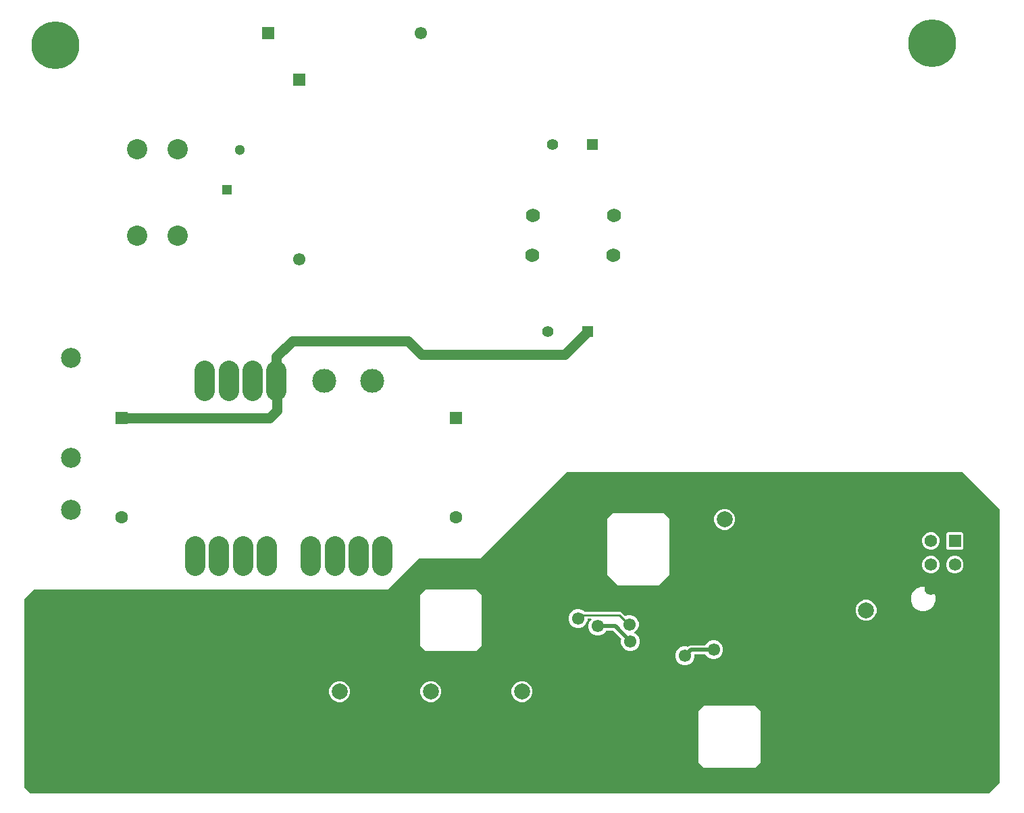
<source format=gbr>
G04 EAGLE Gerber RS-274X export*
G75*
%MOMM*%
%FSLAX34Y34*%
%LPD*%
%INBottom Copper*%
%IPPOS*%
%AMOC8*
5,1,8,0,0,1.08239X$1,22.5*%
G01*
%ADD10R,1.550000X1.550000*%
%ADD11C,1.550000*%
%ADD12R,1.400000X1.400000*%
%ADD13C,1.400000*%
%ADD14C,2.000000*%
%ADD15C,1.762000*%
%ADD16C,6.000000*%
%ADD17C,2.500000*%
%ADD18C,3.000000*%
%ADD19C,2.540000*%
%ADD20R,1.570000X1.570000*%
%ADD21C,1.570000*%
%ADD22R,1.300000X1.300000*%
%ADD23C,1.300000*%
%ADD24R,1.500000X1.500000*%
%ADD25C,1.600000*%
%ADD26C,2.500000*%
%ADD27C,0.508000*%
%ADD28C,1.270000*%
%ADD29C,0.254000*%

G36*
X1220042Y11373D02*
X1220042Y11373D01*
X1220084Y11371D01*
X1220151Y11393D01*
X1220221Y11405D01*
X1220257Y11427D01*
X1220298Y11440D01*
X1220371Y11494D01*
X1220414Y11520D01*
X1220427Y11536D01*
X1220448Y11552D01*
X1233448Y24552D01*
X1233473Y24586D01*
X1233504Y24615D01*
X1233536Y24678D01*
X1233577Y24736D01*
X1233587Y24777D01*
X1233607Y24815D01*
X1233620Y24904D01*
X1233633Y24953D01*
X1233630Y24974D01*
X1233634Y25000D01*
X1233634Y368000D01*
X1233627Y368042D01*
X1233629Y368084D01*
X1233607Y368151D01*
X1233595Y368221D01*
X1233573Y368257D01*
X1233560Y368298D01*
X1233506Y368371D01*
X1233480Y368414D01*
X1233464Y368427D01*
X1233448Y368448D01*
X1187448Y414448D01*
X1187414Y414473D01*
X1187385Y414504D01*
X1187322Y414536D01*
X1187264Y414577D01*
X1187223Y414587D01*
X1187185Y414607D01*
X1187096Y414620D01*
X1187047Y414633D01*
X1187026Y414630D01*
X1187000Y414634D01*
X692000Y414634D01*
X691958Y414627D01*
X691916Y414629D01*
X691849Y414607D01*
X691779Y414595D01*
X691743Y414573D01*
X691702Y414560D01*
X691629Y414506D01*
X691586Y414480D01*
X691573Y414464D01*
X691552Y414448D01*
X583737Y306634D01*
X506000Y306634D01*
X505958Y306627D01*
X505916Y306629D01*
X505849Y306607D01*
X505779Y306595D01*
X505743Y306573D01*
X505702Y306560D01*
X505629Y306506D01*
X505586Y306480D01*
X505573Y306464D01*
X505552Y306448D01*
X466737Y267634D01*
X24000Y267634D01*
X23958Y267627D01*
X23916Y267629D01*
X23849Y267607D01*
X23779Y267595D01*
X23743Y267573D01*
X23702Y267560D01*
X23629Y267506D01*
X23586Y267480D01*
X23573Y267464D01*
X23552Y267448D01*
X11552Y255448D01*
X11527Y255414D01*
X11496Y255385D01*
X11464Y255322D01*
X11423Y255264D01*
X11413Y255223D01*
X11393Y255185D01*
X11380Y255096D01*
X11368Y255047D01*
X11370Y255026D01*
X11366Y255000D01*
X11366Y19000D01*
X11373Y18958D01*
X11371Y18916D01*
X11393Y18849D01*
X11405Y18779D01*
X11427Y18743D01*
X11440Y18702D01*
X11486Y18640D01*
X11487Y18638D01*
X11489Y18636D01*
X11494Y18629D01*
X11520Y18586D01*
X11536Y18573D01*
X11552Y18552D01*
X18552Y11552D01*
X18586Y11527D01*
X18615Y11496D01*
X18678Y11464D01*
X18736Y11423D01*
X18777Y11413D01*
X18815Y11393D01*
X18904Y11380D01*
X18953Y11368D01*
X18974Y11370D01*
X19000Y11366D01*
X1220000Y11366D01*
X1220042Y11373D01*
G37*
%LPC*%
G36*
X755387Y272414D02*
X755387Y272414D01*
X742314Y285487D01*
X742314Y355863D01*
X749037Y362586D01*
X813063Y362586D01*
X819786Y355863D01*
X819786Y285487D01*
X806713Y272414D01*
X755387Y272414D01*
G37*
%LPD*%
%LPC*%
G36*
X863337Y43814D02*
X863337Y43814D01*
X856614Y50537D01*
X856614Y114563D01*
X863337Y121286D01*
X927363Y121286D01*
X934086Y114563D01*
X934086Y50537D01*
X927363Y43814D01*
X863337Y43814D01*
G37*
%LPD*%
%LPC*%
G36*
X514087Y189864D02*
X514087Y189864D01*
X507364Y196587D01*
X507364Y260613D01*
X507922Y261171D01*
X507922Y261172D01*
X514087Y267336D01*
X578113Y267336D01*
X584836Y260613D01*
X584836Y196587D01*
X578113Y189864D01*
X514087Y189864D01*
G37*
%LPD*%
%LPC*%
G36*
X768663Y190249D02*
X768663Y190249D01*
X764344Y192038D01*
X761038Y195344D01*
X759249Y199663D01*
X759249Y204337D01*
X759549Y205061D01*
X759561Y205114D01*
X759582Y205164D01*
X759584Y205223D01*
X759597Y205281D01*
X759589Y205334D01*
X759592Y205388D01*
X759574Y205444D01*
X759566Y205503D01*
X759540Y205550D01*
X759523Y205602D01*
X759481Y205659D01*
X759459Y205700D01*
X759436Y205720D01*
X759412Y205753D01*
X749641Y215523D01*
X749606Y215548D01*
X749577Y215579D01*
X749514Y215611D01*
X749457Y215652D01*
X749415Y215662D01*
X749378Y215682D01*
X749288Y215695D01*
X749239Y215708D01*
X749218Y215705D01*
X749192Y215709D01*
X741098Y215709D01*
X741044Y215700D01*
X740990Y215700D01*
X740935Y215680D01*
X740877Y215670D01*
X740830Y215642D01*
X740779Y215624D01*
X740734Y215585D01*
X740684Y215555D01*
X740649Y215513D01*
X740608Y215478D01*
X740572Y215417D01*
X740542Y215381D01*
X740532Y215352D01*
X740512Y215318D01*
X740212Y214594D01*
X736906Y211288D01*
X732587Y209499D01*
X727913Y209499D01*
X723594Y211288D01*
X720288Y214594D01*
X718499Y218913D01*
X718499Y223587D01*
X720288Y227906D01*
X722028Y229647D01*
X722079Y229720D01*
X722135Y229789D01*
X722143Y229811D01*
X722157Y229831D01*
X722179Y229917D01*
X722207Y230001D01*
X722207Y230025D01*
X722213Y230048D01*
X722203Y230137D01*
X722201Y230226D01*
X722192Y230248D01*
X722189Y230271D01*
X722150Y230351D01*
X722116Y230433D01*
X722100Y230451D01*
X722090Y230472D01*
X722025Y230533D01*
X721965Y230599D01*
X721944Y230610D01*
X721927Y230626D01*
X721845Y230661D01*
X721765Y230702D01*
X721739Y230705D01*
X721720Y230714D01*
X721670Y230716D01*
X721580Y230729D01*
X717685Y230729D01*
X717620Y230718D01*
X717554Y230716D01*
X717511Y230698D01*
X717464Y230690D01*
X717407Y230656D01*
X717347Y230631D01*
X717312Y230600D01*
X717271Y230575D01*
X717229Y230524D01*
X717181Y230480D01*
X717159Y230438D01*
X717130Y230401D01*
X717109Y230339D01*
X717078Y230280D01*
X717070Y230226D01*
X717058Y230189D01*
X717059Y230149D01*
X717051Y230095D01*
X717051Y228663D01*
X715262Y224344D01*
X711956Y221038D01*
X707637Y219249D01*
X702963Y219249D01*
X698644Y221038D01*
X695338Y224344D01*
X693549Y228663D01*
X693549Y233337D01*
X695338Y237656D01*
X698644Y240962D01*
X702963Y242751D01*
X707637Y242751D01*
X711956Y240962D01*
X713462Y239457D01*
X713496Y239432D01*
X713525Y239401D01*
X713588Y239369D01*
X713646Y239328D01*
X713687Y239318D01*
X713725Y239298D01*
X713814Y239285D01*
X713863Y239272D01*
X713884Y239275D01*
X713910Y239271D01*
X758769Y239271D01*
X761456Y236583D01*
X763727Y234313D01*
X763771Y234282D01*
X763809Y234243D01*
X763863Y234218D01*
X763911Y234185D01*
X763964Y234171D01*
X764013Y234148D01*
X764071Y234143D01*
X764129Y234129D01*
X764182Y234134D01*
X764236Y234130D01*
X764305Y234147D01*
X764352Y234152D01*
X764379Y234165D01*
X764418Y234175D01*
X767267Y235355D01*
X771942Y235355D01*
X776261Y233566D01*
X779566Y230261D01*
X781355Y225942D01*
X781355Y221267D01*
X779566Y216948D01*
X776221Y213603D01*
X776191Y213587D01*
X776175Y213569D01*
X776155Y213556D01*
X776102Y213485D01*
X776043Y213418D01*
X776035Y213396D01*
X776021Y213377D01*
X775995Y213291D01*
X775963Y213208D01*
X775963Y213185D01*
X775956Y213162D01*
X775962Y213073D01*
X775962Y212984D01*
X775970Y212962D01*
X775971Y212938D01*
X776008Y212857D01*
X776038Y212773D01*
X776053Y212755D01*
X776063Y212733D01*
X776126Y212670D01*
X776183Y212602D01*
X776206Y212588D01*
X776221Y212573D01*
X776266Y212552D01*
X776344Y212505D01*
X777656Y211962D01*
X780962Y208656D01*
X782751Y204337D01*
X782751Y199663D01*
X780962Y195344D01*
X777656Y192038D01*
X773337Y190249D01*
X768663Y190249D01*
G37*
%LPD*%
%LPC*%
G36*
X837133Y172399D02*
X837133Y172399D01*
X832814Y174188D01*
X829508Y177494D01*
X827719Y181813D01*
X827719Y186487D01*
X829508Y190806D01*
X832814Y194112D01*
X837133Y195901D01*
X841807Y195901D01*
X842531Y195601D01*
X842584Y195589D01*
X842634Y195568D01*
X842693Y195566D01*
X842751Y195553D01*
X842804Y195561D01*
X842858Y195558D01*
X842914Y195576D01*
X842973Y195584D01*
X843020Y195610D01*
X843072Y195627D01*
X843129Y195669D01*
X843170Y195691D01*
X843190Y195714D01*
X843223Y195738D01*
X843951Y196467D01*
X845988Y197311D01*
X864502Y197311D01*
X864556Y197320D01*
X864610Y197320D01*
X864665Y197340D01*
X864723Y197350D01*
X864770Y197378D01*
X864821Y197396D01*
X864866Y197435D01*
X864916Y197465D01*
X864951Y197507D01*
X864992Y197542D01*
X865028Y197603D01*
X865058Y197639D01*
X865068Y197668D01*
X865088Y197702D01*
X865388Y198426D01*
X868694Y201732D01*
X873013Y203521D01*
X877687Y203521D01*
X882006Y201732D01*
X885312Y198426D01*
X887101Y194107D01*
X887101Y189433D01*
X885312Y185114D01*
X882006Y181808D01*
X877687Y180019D01*
X873013Y180019D01*
X868694Y181808D01*
X865388Y185114D01*
X865088Y185838D01*
X865059Y185883D01*
X865039Y185933D01*
X864999Y185977D01*
X864967Y186027D01*
X864924Y186059D01*
X864887Y186099D01*
X864835Y186126D01*
X864788Y186161D01*
X864736Y186177D01*
X864688Y186202D01*
X864617Y186212D01*
X864573Y186225D01*
X864542Y186223D01*
X864502Y186229D01*
X851855Y186229D01*
X851790Y186218D01*
X851724Y186216D01*
X851681Y186198D01*
X851634Y186190D01*
X851577Y186156D01*
X851517Y186131D01*
X851482Y186100D01*
X851441Y186075D01*
X851399Y186024D01*
X851351Y185980D01*
X851329Y185938D01*
X851300Y185901D01*
X851279Y185839D01*
X851248Y185780D01*
X851240Y185726D01*
X851228Y185689D01*
X851229Y185649D01*
X851221Y185595D01*
X851221Y181813D01*
X849432Y177494D01*
X846126Y174188D01*
X841807Y172399D01*
X837133Y172399D01*
G37*
%LPD*%
%LPC*%
G36*
X1134864Y240389D02*
X1134864Y240389D01*
X1129255Y242713D01*
X1124963Y247005D01*
X1122639Y252614D01*
X1122639Y258686D01*
X1124963Y264295D01*
X1129255Y268587D01*
X1134864Y270911D01*
X1140936Y270911D01*
X1146545Y268587D01*
X1150837Y264295D01*
X1153161Y258686D01*
X1153161Y252614D01*
X1150837Y247005D01*
X1146545Y242713D01*
X1140936Y240389D01*
X1134864Y240389D01*
G37*
%LPD*%
%LPC*%
G36*
X886414Y342199D02*
X886414Y342199D01*
X881636Y344179D01*
X877979Y347836D01*
X875999Y352614D01*
X875999Y357786D01*
X877979Y362564D01*
X881636Y366221D01*
X886414Y368201D01*
X891586Y368201D01*
X896364Y366221D01*
X900021Y362564D01*
X902001Y357786D01*
X902001Y352614D01*
X900021Y347836D01*
X896364Y344179D01*
X891586Y342199D01*
X886414Y342199D01*
G37*
%LPD*%
%LPC*%
G36*
X1063814Y228299D02*
X1063814Y228299D01*
X1059036Y230279D01*
X1055379Y233936D01*
X1053399Y238714D01*
X1053399Y243886D01*
X1055379Y248664D01*
X1059036Y252321D01*
X1063814Y254301D01*
X1068986Y254301D01*
X1073764Y252321D01*
X1077421Y248664D01*
X1079401Y243886D01*
X1079401Y238714D01*
X1077421Y233936D01*
X1073764Y230279D01*
X1068986Y228299D01*
X1063814Y228299D01*
G37*
%LPD*%
%LPC*%
G36*
X632414Y126299D02*
X632414Y126299D01*
X627636Y128279D01*
X623979Y131936D01*
X621999Y136714D01*
X621999Y141886D01*
X623979Y146664D01*
X627636Y150321D01*
X632414Y152301D01*
X637586Y152301D01*
X642364Y150321D01*
X646021Y146664D01*
X648001Y141886D01*
X648001Y136714D01*
X646021Y131936D01*
X642364Y128279D01*
X637586Y126299D01*
X632414Y126299D01*
G37*
%LPD*%
%LPC*%
G36*
X518114Y126299D02*
X518114Y126299D01*
X513336Y128279D01*
X509679Y131936D01*
X507699Y136714D01*
X507699Y141886D01*
X509679Y146664D01*
X513336Y150321D01*
X518114Y152301D01*
X523286Y152301D01*
X528064Y150321D01*
X531721Y146664D01*
X533701Y141886D01*
X533701Y136714D01*
X531721Y131936D01*
X528064Y128279D01*
X523286Y126299D01*
X518114Y126299D01*
G37*
%LPD*%
%LPC*%
G36*
X403814Y126299D02*
X403814Y126299D01*
X399036Y128279D01*
X395379Y131936D01*
X393399Y136714D01*
X393399Y141886D01*
X395379Y146664D01*
X399036Y150321D01*
X403814Y152301D01*
X408986Y152301D01*
X413764Y150321D01*
X417421Y146664D01*
X419401Y141886D01*
X419401Y136714D01*
X417421Y131936D01*
X413764Y128279D01*
X408986Y126299D01*
X403814Y126299D01*
G37*
%LPD*%
%LPC*%
G36*
X1168607Y317599D02*
X1168607Y317599D01*
X1166849Y319357D01*
X1166849Y337543D01*
X1168607Y339301D01*
X1186793Y339301D01*
X1188551Y337543D01*
X1188551Y319357D01*
X1186793Y317599D01*
X1168607Y317599D01*
G37*
%LPD*%
%LPC*%
G36*
X1145542Y317599D02*
X1145542Y317599D01*
X1141553Y319251D01*
X1138501Y322303D01*
X1136849Y326292D01*
X1136849Y330608D01*
X1138501Y334597D01*
X1141553Y337649D01*
X1145542Y339301D01*
X1149858Y339301D01*
X1153847Y337649D01*
X1156899Y334597D01*
X1158551Y330608D01*
X1158551Y326292D01*
X1156899Y322303D01*
X1153847Y319251D01*
X1149858Y317599D01*
X1145542Y317599D01*
G37*
%LPD*%
%LPC*%
G36*
X1175542Y287599D02*
X1175542Y287599D01*
X1171553Y289251D01*
X1168501Y292303D01*
X1166849Y296292D01*
X1166849Y300608D01*
X1168501Y304597D01*
X1171553Y307649D01*
X1175542Y309301D01*
X1179858Y309301D01*
X1183847Y307649D01*
X1186899Y304597D01*
X1188551Y300608D01*
X1188551Y296292D01*
X1186899Y292303D01*
X1183847Y289251D01*
X1179858Y287599D01*
X1175542Y287599D01*
G37*
%LPD*%
%LPC*%
G36*
X1145542Y287599D02*
X1145542Y287599D01*
X1141553Y289251D01*
X1138501Y292303D01*
X1136849Y296292D01*
X1136849Y300608D01*
X1138501Y304597D01*
X1141553Y307649D01*
X1145542Y309301D01*
X1149858Y309301D01*
X1153847Y307649D01*
X1156899Y304597D01*
X1158551Y300608D01*
X1158551Y296292D01*
X1156899Y292303D01*
X1153847Y289251D01*
X1149858Y287599D01*
X1145542Y287599D01*
G37*
%LPD*%
D10*
X355600Y906250D03*
D11*
X355600Y681250D03*
D12*
X723500Y825500D03*
D13*
X673500Y825500D03*
D12*
X717150Y590550D03*
D13*
X667150Y590550D03*
D14*
X406400Y89300D03*
X406400Y139300D03*
X520700Y89300D03*
X520700Y139300D03*
X635000Y89300D03*
X635000Y139300D03*
X1016400Y241300D03*
X1066400Y241300D03*
X889000Y305200D03*
X889000Y355200D03*
D15*
X648450Y736200D03*
X648200Y686200D03*
X750050Y736200D03*
X749800Y686200D03*
D16*
X50800Y50800D03*
X50000Y950000D03*
X1149350Y952500D03*
X1149350Y50800D03*
D10*
X317200Y965200D03*
D11*
X508300Y965200D03*
D17*
X225400Y321600D02*
X225400Y296600D01*
X255400Y296600D02*
X255400Y321600D01*
X285400Y321600D02*
X285400Y296600D01*
X370400Y296600D02*
X370400Y321600D01*
X315400Y321600D02*
X315400Y296600D01*
X400400Y296600D02*
X400400Y321600D01*
X460400Y321600D02*
X460400Y296600D01*
X267400Y516600D02*
X267400Y541600D01*
X297400Y541600D02*
X297400Y516600D01*
X327400Y516600D02*
X327400Y541600D01*
X237400Y541600D02*
X237400Y516600D01*
D18*
X387400Y529100D03*
D17*
X430400Y321600D02*
X430400Y296600D01*
D18*
X447400Y529100D03*
D19*
X203200Y819150D03*
X152400Y819150D03*
X203200Y711200D03*
X152400Y711200D03*
D20*
X1177700Y328450D03*
D21*
X1177700Y298450D03*
X1177700Y268450D03*
X1147700Y328450D03*
X1147700Y298450D03*
X1147700Y268450D03*
D22*
X265050Y768750D03*
D23*
X281050Y818750D03*
D24*
X133350Y482600D03*
D25*
X133350Y357600D03*
D24*
X552450Y482600D03*
D25*
X552450Y357600D03*
D26*
X69850Y557800D03*
X69850Y432800D03*
X69850Y367300D03*
X69850Y242300D03*
D11*
X25400Y228600D03*
X25400Y177800D03*
X25400Y127000D03*
X25400Y76200D03*
X76200Y25400D03*
X127000Y25400D03*
X177800Y25400D03*
X228600Y25400D03*
X279400Y25400D03*
X330200Y25400D03*
X381000Y25400D03*
X431800Y25400D03*
X482600Y25400D03*
X533400Y25400D03*
X584200Y25400D03*
X635000Y25400D03*
X685800Y25400D03*
X736600Y25400D03*
X787400Y25400D03*
X838200Y25400D03*
X889000Y25400D03*
X990600Y25400D03*
X1041400Y25400D03*
X1092200Y25400D03*
X1193800Y25400D03*
X1219200Y50800D03*
X1219200Y101600D03*
X1219200Y152400D03*
X1219200Y203200D03*
X1219200Y254000D03*
X1219200Y298450D03*
X1143000Y381000D03*
X1092200Y381000D03*
X1041400Y381000D03*
X990600Y381000D03*
X939800Y381000D03*
X889000Y381000D03*
X838200Y381000D03*
X787400Y381000D03*
X736600Y381000D03*
X711200Y355600D03*
X685800Y330200D03*
X660400Y304800D03*
X685800Y279400D03*
X660400Y254000D03*
X685800Y228600D03*
X660400Y203200D03*
X813200Y266400D03*
X914400Y330200D03*
X863600Y330200D03*
X990600Y330200D03*
X965200Y304800D03*
X939800Y279400D03*
X965200Y254000D03*
X939800Y228600D03*
X914400Y254000D03*
X1041400Y304800D03*
X1016000Y279400D03*
X1041400Y254000D03*
X1016000Y203200D03*
X1041400Y177800D03*
X1117600Y177800D03*
X1117600Y228600D03*
X1117600Y127000D03*
X798830Y76200D03*
X797560Y127000D03*
X728200Y305800D03*
X868200Y263600D03*
X812800Y190500D03*
X805180Y167640D03*
X775970Y101600D03*
X711200Y127000D03*
X736600Y101600D03*
X685800Y101600D03*
X660400Y76200D03*
X711200Y76200D03*
X817880Y101600D03*
X558800Y152400D03*
X558800Y101600D03*
X558800Y50800D03*
X584200Y76200D03*
X584200Y127000D03*
X457200Y76200D03*
X381000Y76200D03*
X381000Y127000D03*
X381000Y177800D03*
X381000Y228600D03*
X355600Y254000D03*
X304800Y254000D03*
X254000Y254000D03*
X203200Y254000D03*
X152400Y254000D03*
X101600Y254000D03*
X25400Y254000D03*
X958850Y146050D03*
X952500Y127000D03*
X946150Y101600D03*
X946150Y63500D03*
X958850Y196850D03*
X1003300Y184150D03*
X615950Y304800D03*
X615950Y254000D03*
X615950Y203200D03*
X859447Y139300D03*
D27*
X858577Y138430D01*
X808990Y138430D02*
X797560Y127000D01*
X808990Y138430D02*
X858577Y138430D01*
D11*
X727710Y280670D03*
X844550Y273050D03*
X844550Y241300D03*
X840740Y210820D03*
X754380Y127000D03*
X758190Y74930D03*
X774700Y167640D03*
X748030Y167640D03*
D28*
X688600Y562000D02*
X717150Y590550D01*
X509000Y562000D02*
X492000Y579000D01*
X347000Y579000D01*
X327400Y559400D01*
X327400Y529100D01*
X509000Y562000D02*
X688600Y562000D01*
X318600Y482600D02*
X133350Y482600D01*
X318600Y482600D02*
X328000Y492000D01*
X328000Y528500D01*
X327400Y529100D01*
D11*
X730250Y221250D03*
D27*
X751750Y221250D01*
X771000Y202000D01*
D11*
X771000Y202000D03*
X705300Y231000D03*
D29*
X709300Y235000D01*
X757000Y235000D02*
X769000Y223000D01*
X769605Y223605D01*
D11*
X769605Y223605D03*
D29*
X757000Y235000D02*
X709300Y235000D01*
D11*
X839470Y184150D03*
D27*
X847090Y191770D01*
D11*
X875350Y191770D03*
D27*
X847090Y191770D01*
M02*

</source>
